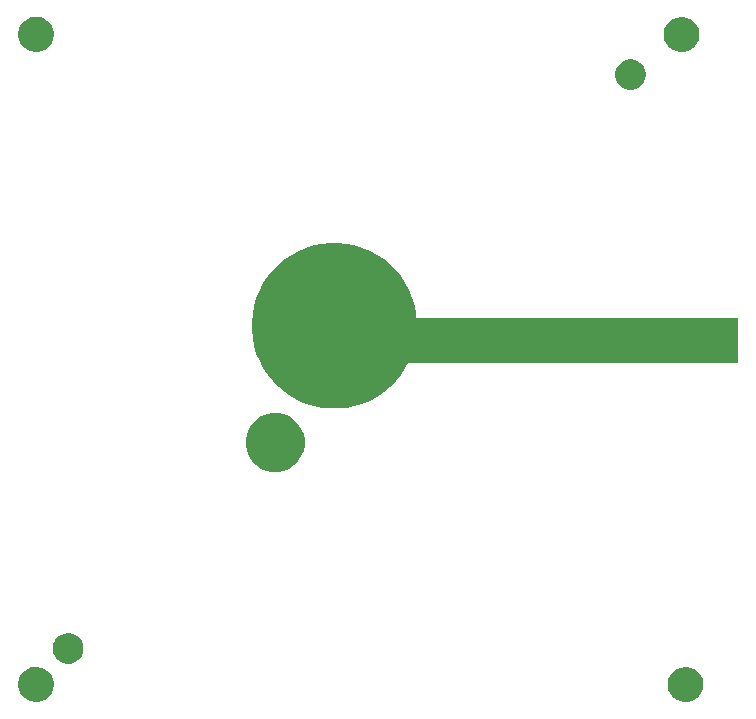
<source format=gbr>
%TF.GenerationSoftware,Altium Limited,Altium Designer,22.7.1 (60)*%
G04 Layer_Color=0*
%FSLAX45Y45*%
%MOMM*%
%TF.SameCoordinates,61DBAAF2-DE87-4E8A-AD11-02536D302051*%
%TF.FilePolarity,Positive*%
%TF.FileFunction,NonPlated,1,2,NPTH,Drill*%
%TF.Part,Single*%
G01*
G75*
G36*
X6544168Y911869D02*
X6529281Y911525D01*
X6499946Y916660D01*
X6472176Y927419D01*
X6447039Y943389D01*
X6425500Y963956D01*
X6408389Y988330D01*
X6396360Y1015574D01*
X6389878Y1044641D01*
X6389535Y1059527D01*
X6389534D01*
X6389877Y1074414D01*
X6396357Y1103481D01*
X6408384Y1130726D01*
X6425495Y1155101D01*
X6447032Y1175669D01*
X6472168Y1191640D01*
X6499937Y1202401D01*
X6529272Y1207537D01*
X6544159Y1207194D01*
X6544161Y1207199D01*
X6558705Y1207199D01*
X6587235Y1201525D01*
X6614109Y1190393D01*
X6638295Y1174233D01*
X6658863Y1153664D01*
X6675024Y1129478D01*
X6686155Y1102604D01*
X6691829Y1074074D01*
X6691829Y1059530D01*
X6691829Y1059531D01*
X6691830Y1044987D01*
X6686156Y1016459D01*
X6675024Y989586D01*
X6658865Y965401D01*
X6638297Y944833D01*
X6614112Y928673D01*
X6587239Y917542D01*
X6558711Y911868D01*
X6544168Y911869D01*
D01*
D02*
G37*
G36*
X6510320Y6413832D02*
X6495434Y6413489D01*
X6466099Y6418624D01*
X6438329Y6429383D01*
X6413192Y6445353D01*
X6391653Y6465920D01*
X6374541Y6490294D01*
X6362513Y6517538D01*
X6356031Y6546605D01*
X6355688Y6561491D01*
X6355687D01*
X6356030Y6576378D01*
X6362510Y6605445D01*
X6374537Y6632690D01*
X6391648Y6657064D01*
X6413185Y6677633D01*
X6438321Y6693604D01*
X6466090Y6704365D01*
X6495425Y6709501D01*
X6510312Y6709158D01*
X6510314Y6709163D01*
X6524858Y6709163D01*
X6553388Y6703488D01*
X6580262Y6692357D01*
X6604448Y6676196D01*
X6625016Y6655628D01*
X6641177Y6631442D01*
X6652308Y6604567D01*
X6657982Y6576038D01*
X6657982Y6561494D01*
X6657982Y6561494D01*
X6657983Y6546951D01*
X6652309Y6518423D01*
X6641177Y6491550D01*
X6625018Y6467365D01*
X6604450Y6446797D01*
X6580265Y6430637D01*
X6553392Y6419506D01*
X6524864Y6413832D01*
X6510320Y6413832D01*
D01*
D02*
G37*
G36*
X1044831Y6416265D02*
X1029945Y6415922D01*
X1000610Y6421057D01*
X972840Y6431816D01*
X947703Y6447786D01*
X926164Y6468353D01*
X909052Y6492727D01*
X897024Y6519970D01*
X890542Y6549038D01*
X890198Y6563924D01*
X890198D01*
X890541Y6578811D01*
X897021Y6607878D01*
X909048Y6635123D01*
X926159Y6659497D01*
X947696Y6680065D01*
X972832Y6696037D01*
X1000601Y6706797D01*
X1029936Y6711934D01*
X1044822Y6711591D01*
X1044825Y6711595D01*
X1059369Y6711596D01*
X1087899Y6705921D01*
X1114772Y6694790D01*
X1138959Y6678629D01*
X1159527Y6658061D01*
X1175688Y6633874D01*
X1186819Y6607000D01*
X1192493Y6578471D01*
X1192492Y6563927D01*
X1192493Y6563927D01*
X1192493Y6549384D01*
X1186819Y6520855D01*
X1175688Y6493982D01*
X1159529Y6469798D01*
X1138961Y6449230D01*
X1114776Y6433070D01*
X1087903Y6421939D01*
X1059375Y6416265D01*
X1044831Y6416265D01*
D01*
D02*
G37*
G36*
X1043994Y912772D02*
X1029107Y912429D01*
X999772Y917563D01*
X972002Y928323D01*
X946866Y944292D01*
X925327Y964860D01*
X908215Y989233D01*
X896186Y1016477D01*
X889704Y1045545D01*
X889361Y1060431D01*
X889360D01*
X889703Y1075317D01*
X896184Y1104385D01*
X908211Y1131629D01*
X925321Y1156004D01*
X946859Y1176572D01*
X971995Y1192543D01*
X999764Y1203304D01*
X1029098Y1208441D01*
X1043985Y1208098D01*
X1043987Y1208102D01*
X1058532Y1208102D01*
X1087061Y1202428D01*
X1113935Y1191297D01*
X1138121Y1175136D01*
X1158690Y1154567D01*
X1174850Y1130381D01*
X1185981Y1103507D01*
X1191655Y1074978D01*
X1191655Y1060433D01*
X1191656Y1060434D01*
X1191656Y1045890D01*
X1185982Y1017362D01*
X1174851Y990489D01*
X1158691Y966304D01*
X1138123Y945737D01*
X1113938Y929577D01*
X1087065Y918446D01*
X1058537Y912772D01*
X1043994Y912772D01*
D01*
D02*
G37*
G36*
X1313785Y1235250D02*
X1300981D01*
X1275865Y1240246D01*
X1252206Y1250045D01*
X1230914Y1264272D01*
X1212807Y1282380D01*
X1198580Y1303672D01*
X1188780Y1327330D01*
X1183785Y1352446D01*
Y1365250D01*
Y1378054D01*
X1188780Y1403169D01*
X1198580Y1426828D01*
X1212807Y1448120D01*
X1230914Y1466227D01*
X1252206Y1480454D01*
X1275865Y1490254D01*
X1300981Y1495250D01*
X1313785D01*
X1326588D01*
X1351704Y1490254D01*
X1375363Y1480454D01*
X1396655Y1466227D01*
X1414762Y1448120D01*
X1428989Y1426828D01*
X1438789Y1403169D01*
X1443785Y1378054D01*
Y1365250D01*
Y1352446D01*
X1438789Y1327330D01*
X1428989Y1303672D01*
X1414762Y1282380D01*
X1396655Y1264272D01*
X1375363Y1250045D01*
X1351704Y1240246D01*
X1326588Y1235250D01*
X1313785D01*
D01*
D02*
G37*
G36*
X5946285Y6223000D02*
Y6210196D01*
X5951280Y6185080D01*
X5961080Y6161422D01*
X5975307Y6140130D01*
X5993414Y6122022D01*
X6014706Y6107795D01*
X6038365Y6097996D01*
X6063481Y6093000D01*
X6076285D01*
X6089088D01*
X6114204Y6097996D01*
X6137863Y6107795D01*
X6159155Y6122022D01*
X6177262Y6140130D01*
X6191489Y6161422D01*
X6201289Y6185080D01*
X6206285Y6210196D01*
Y6223000D01*
Y6235804D01*
X6201289Y6260919D01*
X6191489Y6284578D01*
X6177262Y6305870D01*
X6159155Y6323977D01*
X6137863Y6338204D01*
X6114204Y6348004D01*
X6089088Y6353000D01*
X6076285D01*
X6063481D01*
X6038365Y6348004D01*
X6014706Y6338204D01*
X5993414Y6323977D01*
X5975307Y6305870D01*
X5961080Y6284578D01*
X5951280Y6260919D01*
X5946285Y6235804D01*
Y6223000D01*
D01*
D02*
G37*
G36*
X3568035Y3395750D02*
X3533646D01*
X3465199Y3402491D01*
X3397743Y3415909D01*
X3331927Y3435874D01*
X3268385Y3462194D01*
X3207728Y3494616D01*
X3150542Y3532826D01*
X3097376Y3576458D01*
X3048743Y3625092D01*
X3005111Y3678257D01*
X2966900Y3735444D01*
X2934479Y3796100D01*
X2908159Y3859643D01*
X2888194Y3925458D01*
X2874776Y3992915D01*
X2868034Y4061361D01*
Y4095750D01*
Y4130139D01*
X2874776Y4198585D01*
X2888194Y4266041D01*
X2908159Y4331857D01*
X2934479Y4395399D01*
X2966900Y4456056D01*
X3005111Y4513242D01*
X3048743Y4566408D01*
X3097376Y4615041D01*
X3150542Y4658673D01*
X3207728Y4696884D01*
X3268385Y4729306D01*
X3331927Y4755626D01*
X3397743Y4775591D01*
X3465199Y4789009D01*
X3533646Y4795750D01*
X3568035D01*
X3602423D01*
X3670870Y4789009D01*
X3738326Y4775591D01*
X3804142Y4755626D01*
X3867684Y4729306D01*
X3928340Y4696884D01*
X3985527Y4658673D01*
X4038693Y4615041D01*
X4087326Y4566408D01*
X4130958Y4513242D01*
X4169169Y4456056D01*
X4201590Y4395399D01*
X4227910Y4331857D01*
X4247875Y4266041D01*
X4261293Y4198585D01*
X4268035Y4130139D01*
Y4095750D01*
Y4061361D01*
X4261293Y3992915D01*
X4247875Y3925458D01*
X4227910Y3859643D01*
X4201590Y3796100D01*
X4169169Y3735444D01*
X4130958Y3678257D01*
X4087326Y3625092D01*
X4038693Y3576458D01*
X3985527Y3532826D01*
X3928340Y3494616D01*
X3867684Y3462194D01*
X3804142Y3435874D01*
X3738326Y3415909D01*
X3670870Y3402491D01*
X3602423Y3395750D01*
X3568035D01*
D01*
D02*
G37*
G36*
X3067215Y2857597D02*
X3042592D01*
X2994293Y2867204D01*
X2948795Y2886049D01*
X2907849Y2913409D01*
X2873027Y2948231D01*
X2845668Y2989177D01*
X2826822Y3034674D01*
X2817215Y3082974D01*
Y3107597D01*
Y3132219D01*
X2826822Y3180519D01*
X2845668Y3226016D01*
X2873027Y3266962D01*
X2907849Y3301784D01*
X2948795Y3329143D01*
X2994293Y3347989D01*
X3042592Y3357597D01*
X3067215D01*
X3091838D01*
X3140137Y3347989D01*
X3185634Y3329143D01*
X3226581Y3301784D01*
X3261403Y3266962D01*
X3288762Y3226016D01*
X3307608Y3180519D01*
X3317215Y3132219D01*
Y3107597D01*
Y3082974D01*
X3307608Y3034674D01*
X3288762Y2989177D01*
X3261403Y2948231D01*
X3226581Y2913409D01*
X3185634Y2886049D01*
X3140137Y2867204D01*
X3091838Y2857597D01*
X3067215D01*
D01*
D02*
G37*
G36*
X6985000Y3778250D02*
X3937000D01*
Y4159250D01*
X6985000D01*
Y3778250D01*
D02*
G37*
%TF.MD5,e75aa53ef8cad5c0a322951bb867c22f*%
M02*

</source>
